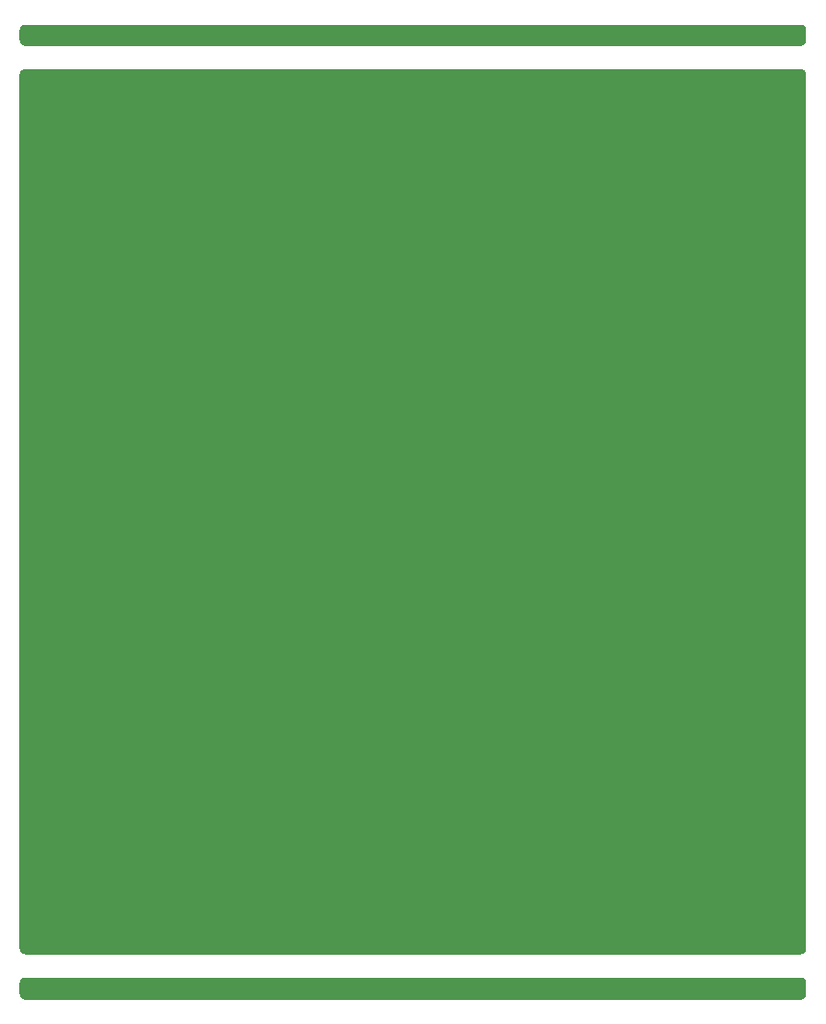
<source format=gbr>
G04 EAGLE Gerber RS-274X export*
G75*
%MOMM*%
%FSLAX34Y34*%
%LPD*%
%INBottom Copper*%
%IPPOS*%
%AMOC8*
5,1,8,0,0,1.08239X$1,22.5*%
G01*

G36*
X1077115Y192258D02*
X1077115Y192258D01*
X1077270Y192258D01*
X1077432Y192278D01*
X1077596Y192289D01*
X1077748Y192318D01*
X1077902Y192337D01*
X1078061Y192377D01*
X1078222Y192408D01*
X1078369Y192456D01*
X1078519Y192494D01*
X1078672Y192554D01*
X1078828Y192605D01*
X1078968Y192670D01*
X1079112Y192727D01*
X1079256Y192806D01*
X1079404Y192876D01*
X1079535Y192958D01*
X1079671Y193033D01*
X1079804Y193129D01*
X1079943Y193217D01*
X1080062Y193315D01*
X1080188Y193406D01*
X1080307Y193518D01*
X1080434Y193622D01*
X1080540Y193735D01*
X1080653Y193841D01*
X1080758Y193967D01*
X1080870Y194086D01*
X1080962Y194212D01*
X1081061Y194331D01*
X1081149Y194469D01*
X1081245Y194601D01*
X1081320Y194737D01*
X1081404Y194868D01*
X1081474Y195016D01*
X1081553Y195159D01*
X1081610Y195303D01*
X1081677Y195443D01*
X1081728Y195599D01*
X1081788Y195752D01*
X1081827Y195902D01*
X1081876Y196049D01*
X1081907Y196210D01*
X1081948Y196368D01*
X1081967Y196522D01*
X1081997Y196674D01*
X1082007Y196833D01*
X1082029Y197000D01*
X1082029Y197169D01*
X1082039Y197328D01*
X1082039Y966838D01*
X1082030Y966993D01*
X1082030Y967148D01*
X1082010Y967310D01*
X1081999Y967474D01*
X1081970Y967626D01*
X1081951Y967780D01*
X1081911Y967939D01*
X1081880Y968100D01*
X1081832Y968247D01*
X1081794Y968397D01*
X1081734Y968550D01*
X1081683Y968706D01*
X1081618Y968846D01*
X1081561Y968990D01*
X1081482Y969134D01*
X1081412Y969282D01*
X1081330Y969413D01*
X1081255Y969549D01*
X1081159Y969682D01*
X1081071Y969821D01*
X1080973Y969940D01*
X1080882Y970066D01*
X1080770Y970185D01*
X1080666Y970312D01*
X1080553Y970418D01*
X1080447Y970531D01*
X1080321Y970636D01*
X1080202Y970748D01*
X1080076Y970840D01*
X1079957Y970939D01*
X1079819Y971027D01*
X1079687Y971123D01*
X1079551Y971198D01*
X1079420Y971282D01*
X1079272Y971352D01*
X1079129Y971431D01*
X1078985Y971488D01*
X1078845Y971555D01*
X1078689Y971606D01*
X1078536Y971666D01*
X1078386Y971705D01*
X1078239Y971754D01*
X1078078Y971785D01*
X1077920Y971826D01*
X1077766Y971845D01*
X1077614Y971875D01*
X1077455Y971885D01*
X1077288Y971907D01*
X1077119Y971907D01*
X1076960Y971917D01*
X393700Y971917D01*
X393546Y971908D01*
X393390Y971908D01*
X393228Y971888D01*
X393064Y971877D01*
X392912Y971848D01*
X392758Y971829D01*
X392599Y971789D01*
X392438Y971758D01*
X392291Y971710D01*
X392141Y971672D01*
X391988Y971612D01*
X391832Y971561D01*
X391692Y971496D01*
X391548Y971439D01*
X391404Y971360D01*
X391256Y971290D01*
X391125Y971208D01*
X390989Y971133D01*
X390856Y971037D01*
X390717Y970949D01*
X390598Y970851D01*
X390472Y970760D01*
X390353Y970648D01*
X390226Y970544D01*
X390120Y970431D01*
X390007Y970325D01*
X389902Y970199D01*
X389790Y970080D01*
X389698Y969954D01*
X389599Y969835D01*
X389511Y969697D01*
X389415Y969565D01*
X389340Y969429D01*
X389256Y969298D01*
X389186Y969150D01*
X389107Y969007D01*
X389050Y968863D01*
X388983Y968723D01*
X388932Y968567D01*
X388872Y968414D01*
X388833Y968264D01*
X388785Y968117D01*
X388753Y967956D01*
X388712Y967798D01*
X388693Y967644D01*
X388663Y967492D01*
X388653Y967333D01*
X388631Y967166D01*
X388631Y966997D01*
X388621Y966838D01*
X388621Y197328D01*
X388630Y197173D01*
X388630Y197018D01*
X388650Y196856D01*
X388661Y196692D01*
X388690Y196540D01*
X388709Y196386D01*
X388749Y196227D01*
X388780Y196066D01*
X388828Y195919D01*
X388866Y195769D01*
X388926Y195616D01*
X388977Y195460D01*
X389043Y195320D01*
X389099Y195176D01*
X389178Y195032D01*
X389248Y194884D01*
X389330Y194753D01*
X389405Y194617D01*
X389501Y194484D01*
X389589Y194345D01*
X389687Y194226D01*
X389778Y194100D01*
X389890Y193981D01*
X389994Y193854D01*
X390107Y193748D01*
X390213Y193635D01*
X390339Y193530D01*
X390458Y193418D01*
X390584Y193326D01*
X390703Y193227D01*
X390841Y193139D01*
X390974Y193043D01*
X391109Y192968D01*
X391240Y192884D01*
X391388Y192814D01*
X391531Y192735D01*
X391675Y192678D01*
X391815Y192611D01*
X391971Y192560D01*
X392124Y192500D01*
X392274Y192461D01*
X392421Y192412D01*
X392582Y192381D01*
X392740Y192340D01*
X392894Y192321D01*
X393046Y192291D01*
X393205Y192281D01*
X393372Y192259D01*
X393541Y192259D01*
X393700Y192249D01*
X1076960Y192249D01*
X1077115Y192258D01*
G37*
G36*
X1077115Y152410D02*
X1077115Y152410D01*
X1077270Y152410D01*
X1077432Y152430D01*
X1077596Y152441D01*
X1077748Y152470D01*
X1077902Y152489D01*
X1078061Y152529D01*
X1078222Y152560D01*
X1078369Y152608D01*
X1078519Y152646D01*
X1078672Y152706D01*
X1078828Y152757D01*
X1078968Y152823D01*
X1079112Y152879D01*
X1079256Y152958D01*
X1079404Y153028D01*
X1079535Y153110D01*
X1079671Y153185D01*
X1079804Y153281D01*
X1079943Y153369D01*
X1080062Y153467D01*
X1080188Y153558D01*
X1080307Y153670D01*
X1080434Y153774D01*
X1080540Y153887D01*
X1080653Y153993D01*
X1080758Y154119D01*
X1080870Y154238D01*
X1080962Y154364D01*
X1081061Y154483D01*
X1081149Y154621D01*
X1081245Y154754D01*
X1081320Y154889D01*
X1081404Y155020D01*
X1081474Y155168D01*
X1081553Y155311D01*
X1081610Y155455D01*
X1081677Y155595D01*
X1081728Y155751D01*
X1081788Y155904D01*
X1081827Y156054D01*
X1081876Y156201D01*
X1081907Y156362D01*
X1081948Y156520D01*
X1081967Y156674D01*
X1081997Y156826D01*
X1082007Y156985D01*
X1082029Y157152D01*
X1082029Y157321D01*
X1082039Y157480D01*
X1082039Y166838D01*
X1082030Y166993D01*
X1082030Y167148D01*
X1082010Y167310D01*
X1081999Y167474D01*
X1081970Y167626D01*
X1081951Y167780D01*
X1081911Y167939D01*
X1081880Y168100D01*
X1081832Y168247D01*
X1081794Y168397D01*
X1081734Y168550D01*
X1081683Y168706D01*
X1081618Y168846D01*
X1081561Y168990D01*
X1081482Y169134D01*
X1081412Y169282D01*
X1081330Y169413D01*
X1081255Y169549D01*
X1081159Y169682D01*
X1081071Y169821D01*
X1080973Y169940D01*
X1080882Y170066D01*
X1080770Y170185D01*
X1080666Y170312D01*
X1080553Y170418D01*
X1080447Y170531D01*
X1080321Y170636D01*
X1080202Y170748D01*
X1080076Y170840D01*
X1079957Y170939D01*
X1079819Y171027D01*
X1079687Y171123D01*
X1079551Y171198D01*
X1079420Y171282D01*
X1079272Y171352D01*
X1079129Y171431D01*
X1078985Y171488D01*
X1078845Y171555D01*
X1078689Y171606D01*
X1078536Y171666D01*
X1078386Y171705D01*
X1078239Y171754D01*
X1078078Y171785D01*
X1077920Y171826D01*
X1077766Y171845D01*
X1077614Y171875D01*
X1077455Y171885D01*
X1077288Y171907D01*
X1077119Y171907D01*
X1076960Y171917D01*
X393700Y171917D01*
X393546Y171908D01*
X393390Y171908D01*
X393228Y171888D01*
X393064Y171877D01*
X392912Y171848D01*
X392758Y171829D01*
X392599Y171789D01*
X392438Y171758D01*
X392291Y171710D01*
X392141Y171672D01*
X391988Y171612D01*
X391832Y171561D01*
X391692Y171496D01*
X391548Y171439D01*
X391404Y171360D01*
X391256Y171290D01*
X391125Y171208D01*
X390989Y171133D01*
X390856Y171037D01*
X390717Y170949D01*
X390598Y170851D01*
X390472Y170760D01*
X390353Y170648D01*
X390226Y170544D01*
X390120Y170431D01*
X390007Y170325D01*
X389902Y170199D01*
X389790Y170080D01*
X389698Y169954D01*
X389599Y169835D01*
X389511Y169697D01*
X389415Y169565D01*
X389340Y169429D01*
X389256Y169298D01*
X389186Y169150D01*
X389107Y169007D01*
X389050Y168863D01*
X388983Y168723D01*
X388932Y168567D01*
X388872Y168414D01*
X388833Y168264D01*
X388785Y168117D01*
X388753Y167956D01*
X388712Y167798D01*
X388693Y167644D01*
X388663Y167492D01*
X388653Y167333D01*
X388631Y167166D01*
X388631Y166997D01*
X388621Y166838D01*
X388621Y157480D01*
X388630Y157326D01*
X388630Y157170D01*
X388650Y157008D01*
X388661Y156844D01*
X388690Y156692D01*
X388709Y156538D01*
X388749Y156379D01*
X388780Y156218D01*
X388828Y156071D01*
X388866Y155921D01*
X388926Y155768D01*
X388977Y155612D01*
X389043Y155472D01*
X389099Y155328D01*
X389178Y155184D01*
X389248Y155036D01*
X389330Y154905D01*
X389405Y154769D01*
X389501Y154636D01*
X389589Y154497D01*
X389687Y154378D01*
X389778Y154252D01*
X389890Y154133D01*
X389994Y154006D01*
X390107Y153900D01*
X390213Y153787D01*
X390339Y153682D01*
X390458Y153570D01*
X390584Y153478D01*
X390703Y153379D01*
X390841Y153291D01*
X390974Y153195D01*
X391109Y153120D01*
X391240Y153036D01*
X391388Y152966D01*
X391531Y152887D01*
X391675Y152830D01*
X391815Y152763D01*
X391971Y152712D01*
X392124Y152652D01*
X392274Y152613D01*
X392421Y152565D01*
X392582Y152533D01*
X392740Y152492D01*
X392894Y152473D01*
X393046Y152443D01*
X393205Y152433D01*
X393372Y152411D01*
X393541Y152411D01*
X393700Y152401D01*
X1076960Y152401D01*
X1077115Y152410D01*
G37*
G36*
X1077115Y992258D02*
X1077115Y992258D01*
X1077270Y992258D01*
X1077432Y992278D01*
X1077596Y992289D01*
X1077748Y992318D01*
X1077902Y992337D01*
X1078061Y992377D01*
X1078222Y992408D01*
X1078369Y992456D01*
X1078519Y992494D01*
X1078672Y992554D01*
X1078828Y992605D01*
X1078968Y992670D01*
X1079112Y992727D01*
X1079256Y992806D01*
X1079404Y992876D01*
X1079535Y992958D01*
X1079671Y993033D01*
X1079804Y993129D01*
X1079943Y993217D01*
X1080062Y993315D01*
X1080188Y993406D01*
X1080307Y993518D01*
X1080434Y993622D01*
X1080540Y993735D01*
X1080653Y993841D01*
X1080758Y993967D01*
X1080870Y994086D01*
X1080962Y994212D01*
X1081061Y994331D01*
X1081149Y994469D01*
X1081245Y994601D01*
X1081320Y994737D01*
X1081404Y994868D01*
X1081474Y995016D01*
X1081553Y995159D01*
X1081610Y995303D01*
X1081677Y995443D01*
X1081728Y995599D01*
X1081788Y995752D01*
X1081827Y995902D01*
X1081876Y996049D01*
X1081907Y996210D01*
X1081948Y996368D01*
X1081967Y996522D01*
X1081997Y996674D01*
X1082007Y996833D01*
X1082029Y997000D01*
X1082029Y997169D01*
X1082039Y997328D01*
X1082039Y1005840D01*
X1082030Y1005991D01*
X1082030Y1006024D01*
X1082030Y1006026D01*
X1082030Y1006150D01*
X1082010Y1006312D01*
X1081999Y1006476D01*
X1081970Y1006628D01*
X1081951Y1006782D01*
X1081911Y1006941D01*
X1081880Y1007102D01*
X1081832Y1007249D01*
X1081794Y1007399D01*
X1081734Y1007552D01*
X1081683Y1007708D01*
X1081618Y1007848D01*
X1081561Y1007992D01*
X1081482Y1008136D01*
X1081412Y1008284D01*
X1081330Y1008415D01*
X1081255Y1008551D01*
X1081159Y1008684D01*
X1081071Y1008823D01*
X1080973Y1008942D01*
X1080882Y1009068D01*
X1080770Y1009187D01*
X1080666Y1009314D01*
X1080553Y1009420D01*
X1080447Y1009533D01*
X1080321Y1009638D01*
X1080202Y1009750D01*
X1080076Y1009842D01*
X1079957Y1009941D01*
X1079819Y1010029D01*
X1079687Y1010125D01*
X1079551Y1010200D01*
X1079420Y1010284D01*
X1079272Y1010354D01*
X1079129Y1010433D01*
X1078985Y1010490D01*
X1078845Y1010557D01*
X1078689Y1010608D01*
X1078536Y1010668D01*
X1078386Y1010707D01*
X1078239Y1010756D01*
X1078078Y1010787D01*
X1077920Y1010828D01*
X1077766Y1010847D01*
X1077614Y1010877D01*
X1077455Y1010887D01*
X1077288Y1010909D01*
X1077119Y1010909D01*
X1076960Y1010919D01*
X393700Y1010919D01*
X393546Y1010910D01*
X393390Y1010910D01*
X393228Y1010890D01*
X393064Y1010879D01*
X392912Y1010850D01*
X392758Y1010831D01*
X392599Y1010791D01*
X392438Y1010760D01*
X392291Y1010712D01*
X392141Y1010674D01*
X391988Y1010614D01*
X391832Y1010563D01*
X391692Y1010498D01*
X391548Y1010441D01*
X391404Y1010362D01*
X391256Y1010292D01*
X391125Y1010210D01*
X390989Y1010135D01*
X390856Y1010039D01*
X390717Y1009951D01*
X390598Y1009853D01*
X390472Y1009762D01*
X390353Y1009650D01*
X390226Y1009546D01*
X390120Y1009433D01*
X390007Y1009327D01*
X389902Y1009201D01*
X389790Y1009082D01*
X389698Y1008956D01*
X389599Y1008837D01*
X389511Y1008699D01*
X389415Y1008567D01*
X389340Y1008431D01*
X389256Y1008300D01*
X389186Y1008152D01*
X389107Y1008009D01*
X389050Y1007865D01*
X388983Y1007725D01*
X388932Y1007569D01*
X388872Y1007416D01*
X388833Y1007266D01*
X388785Y1007119D01*
X388753Y1006958D01*
X388712Y1006800D01*
X388693Y1006646D01*
X388663Y1006494D01*
X388653Y1006335D01*
X388631Y1006168D01*
X388631Y1005999D01*
X388621Y1005840D01*
X388621Y997328D01*
X388630Y997173D01*
X388630Y997018D01*
X388650Y996856D01*
X388661Y996692D01*
X388690Y996540D01*
X388709Y996386D01*
X388749Y996227D01*
X388780Y996066D01*
X388828Y995919D01*
X388866Y995769D01*
X388926Y995616D01*
X388977Y995460D01*
X389043Y995320D01*
X389099Y995176D01*
X389178Y995032D01*
X389248Y994884D01*
X389330Y994753D01*
X389405Y994617D01*
X389501Y994484D01*
X389589Y994345D01*
X389687Y994226D01*
X389778Y994100D01*
X389890Y993981D01*
X389994Y993854D01*
X390107Y993748D01*
X390213Y993635D01*
X390339Y993530D01*
X390458Y993418D01*
X390584Y993326D01*
X390703Y993227D01*
X390841Y993139D01*
X390974Y993043D01*
X391109Y992968D01*
X391240Y992884D01*
X391388Y992814D01*
X391531Y992735D01*
X391675Y992678D01*
X391815Y992611D01*
X391971Y992560D01*
X392124Y992500D01*
X392274Y992461D01*
X392421Y992412D01*
X392582Y992381D01*
X392740Y992340D01*
X392894Y992321D01*
X393046Y992291D01*
X393205Y992281D01*
X393372Y992259D01*
X393541Y992259D01*
X393700Y992249D01*
X1076960Y992249D01*
X1077115Y992258D01*
G37*
M02*

</source>
